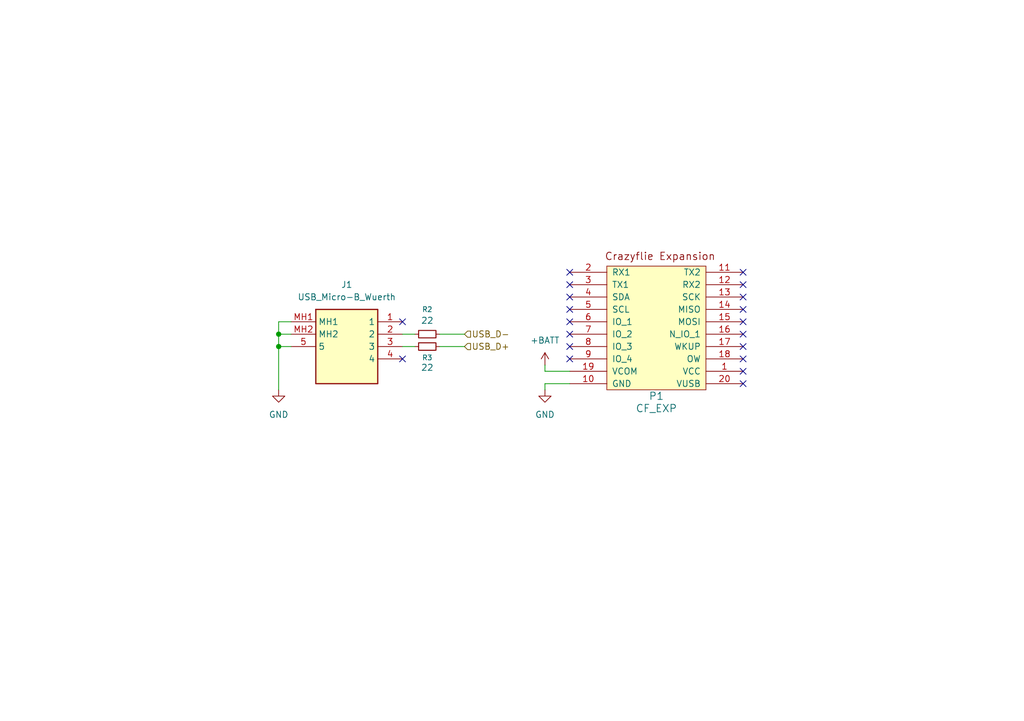
<source format=kicad_sch>
(kicad_sch (version 20250114) (generator "eeschema") (generator_version "9.0")
  (paper "A5")
  (lib_symbols
    (symbol "47642-1001:47642-1001"
      (property "Reference" "J1" (at 11.43 7.62 0))
      (property "Value" "USB_Micro-B_Wuerth_614105150721_Vertical_CircularHoles" (at 11.43 5.08 0))
      (symbol "47642-1001_1_1"
        (rectangle (start 5.08 2.54) (end 17.78 -12.7) (stroke (width 0.254)) (fill (type background)))
        (pin passive line (at 0 0 0) (length 5.08) (name "1") (number "1"))
        (pin passive line (at 0 -2.54 0) (length 5.08) (name "2") (number "2"))
        (pin passive line (at 0 -5.08 0) (length 5.08) (name "3") (number "3"))
        (pin passive line (at 0 -7.62 0) (length 5.08) (name "4") (number "4"))
        (pin passive line (at 22.86 0 180) (length 5.08) (name "MH1") (number "MH1"))
        (pin passive line (at 22.86 -2.54 180) (length 5.08) (name "MH2") (number "MH2"))
        (pin passive line (at 22.86 -5.08 180) (length 5.08) (name "5") (number "5"))
      )
    )
    (symbol "CF_EXP_LEFT_2" (pin_names (offset 1.016))
      (property "Reference" "P1" (at 0 -13.97 0))
      (property "Value" "CF_EXP" (at 0 -16.51 0))
      (symbol "CF_EXP_LEFT_2_0_0"
        (text "Crazyflie Expansion" (at 0.762 14.732 0) (effects (font (size 1.524 1.524))))
      )
      (symbol "CF_EXP_LEFT_2_1_0"
        (rectangle (start -10.16 12.7) (end 10.16 -12.7) (fill (type background)))
      )
      (symbol "CF_EXP_LEFT_2_1_1"
        (text "\n" (at 1.27 13.97 0) (effects (font (size 1.524 1.524))))
        (pin bidirectional line (at -17.78 11.43 0) (length 7.62) (name "RX1") (number "2"))
        (pin bidirectional line (at -17.78 8.89 0) (length 7.62) (name "TX1") (number "3"))
        (pin output line (at -17.78 6.35 0) (length 7.62) (name "SDA") (number "4"))
        (pin bidirectional line (at -17.78 3.81 0) (length 7.62) (name "SCL") (number "5"))
        (pin bidirectional line (at -17.78 1.27 0) (length 7.62) (name "IO_1") (number "6"))
        (pin bidirectional line (at -17.78 -1.27 0) (length 7.62) (name "IO_2") (number "7"))
        (pin bidirectional line (at -17.78 -3.81 0) (length 7.62) (name "IO_3") (number "8"))
        (pin bidirectional line (at -17.78 -6.35 0) (length 7.62) (name "IO_4") (number "9"))
        (pin power_out line (at -17.78 -8.89 0) (length 7.62) (name "VCOM") (number "19"))
        (pin power_out line (at -17.78 -11.43 0) (length 7.62) (name "GND") (number "10"))
        (pin bidirectional line (at 17.78 11.43 180) (length 7.62) (name "TX2") (number "11"))
        (pin bidirectional line (at 17.78 8.89 180) (length 7.62) (name "RX2") (number "12"))
        (pin output line (at 17.78 6.35 180) (length 7.62) (name "SCK") (number "13"))
        (pin bidirectional line (at 17.78 3.81 180) (length 7.62) (name "MISO") (number "14"))
        (pin bidirectional line (at 17.78 1.27 180) (length 7.62) (name "MOSI") (number "15"))
        (pin bidirectional line (at 17.78 -1.27 180) (length 7.62) (name "N_IO_1") (number "16"))
        (pin bidirectional line (at 17.78 -3.81 180) (length 7.62) (name "WKUP") (number "17"))
        (pin bidirectional line (at 17.78 -6.35 180) (length 7.62) (name "OW") (number "18"))
        (pin power_out line (at 17.78 -8.89 180) (length 7.62) (name "VCC") (number "1"))
        (pin power_out line (at 17.78 -11.43 180) (length 7.62) (name "VUSB") (number "20"))
      )
    )
    (symbol "Device:R_Small" (pin_numbers (hide yes)) (pin_names (offset 0.254) (hide yes))
      (property "Reference" "R" (at 0 0 90))
      (property "Value" "R_Small" (at 1.778 0 90))
      (symbol "R_Small_0_1"
        (rectangle (start -0.762 1.778) (end 0.762 -1.778) (stroke (width 0.2032)))
      )
      (symbol "R_Small_1_1"
        (pin passive line (at 0 2.54 270) (length 0.762) (name "~") (number "1"))
        (pin passive line (at 0 -2.54 90) (length 0.762) (name "~") (number "2"))
      )
    )
    (symbol "power:+BATT" (power) (pin_numbers (hide yes)) (pin_names (offset 0) (hide yes))
      (property "Value" "+BATT" (at 0 3.556 0))
      (symbol "+BATT_0_1"
        (polyline (pts (xy -0.762 1.27) (xy 0 2.54)))
        (polyline (pts (xy 0 2.54) (xy 0.762 1.27)))
        (polyline (pts (xy 0 0) (xy 0 2.54)))
      )
      (symbol "+BATT_1_1"
        (pin power_in line (at 0 0 90) (length 0) (name "~") (number "1"))
      )
    )
    (symbol "power:GND" (power) (pin_numbers (hide yes)) (pin_names (offset 0) (hide yes))
      (property "Value" "GND" (at 0 -3.81 0))
      (symbol "GND_0_1"
        (polyline (pts (xy 0 0) (xy 0 -1.27) (xy 1.27 -1.27) (xy 0 -2.54) (xy -1.27 -1.27) (xy 0 -1.27)))
      )
      (symbol "GND_1_1"
        (pin power_in line (at 0 0 270) (length 0) (name "~") (number "1"))
      )
    )
  )
  (junction (at 57.15 71.12))
  (junction (at 57.15 68.58))
  (no_connect (at 152.4 73.66))
  (no_connect (at 152.4 66.04))
  (no_connect (at 152.4 78.74))
  (no_connect (at 116.84 60.96))
  (no_connect (at 116.84 58.42))
  (no_connect (at 152.4 60.96))
  (no_connect (at 116.84 55.88))
  (no_connect (at 152.4 58.42))
  (no_connect (at 116.84 68.58))
  (no_connect (at 152.4 55.88))
  (no_connect (at 152.4 76.2))
  (no_connect (at 152.4 71.12))
  (no_connect (at 116.84 66.04))
  (no_connect (at 82.55 73.66))
  (no_connect (at 152.4 63.5))
  (no_connect (at 82.55 66.04))
  (no_connect (at 116.84 63.5))
  (no_connect (at 152.4 68.58))
  (no_connect (at 116.84 73.66))
  (no_connect (at 116.84 71.12))
  (wire (pts (xy 82.55 71.12) (xy 85.09 71.12)))
  (wire (pts (xy 111.76 78.74) (xy 116.84 78.74)))
  (wire (pts (xy 90.17 71.12) (xy 95.25 71.12)))
  (wire (pts (xy 59.69 66.04) (xy 57.15 66.04)))
  (wire (pts (xy 57.15 68.58) (xy 57.15 71.12)))
  (wire (pts (xy 57.15 71.12) (xy 57.15 80.01)))
  (wire (pts (xy 59.69 71.12) (xy 57.15 71.12)))
  (wire (pts (xy 111.76 74.93) (xy 111.76 76.2)))
  (wire (pts (xy 82.55 68.58) (xy 85.09 68.58)))
  (wire (pts (xy 59.69 68.58) (xy 57.15 68.58)))
  (wire (pts (xy 111.76 80.01) (xy 111.76 78.74)))
  (wire (pts (xy 57.15 66.04) (xy 57.15 68.58)))
  (wire (pts (xy 90.17 68.58) (xy 95.25 68.58)))
  (wire (pts (xy 111.76 76.2) (xy 116.84 76.2)))
  (hierarchical_label "USB_D+" (shape input) (at 95.25 71.12 0))
  (hierarchical_label "USB_D-" (shape input) (at 95.25 68.58 0))
  (symbol (lib_name "CF_EXP_LEFT_2") (lib_id "template-rescue:CF_EXP_LEFT") (at 134.62 67.31 0) (unit 1)
    (property "Reference" "P1" (at 134.62 81.28 0) (effects (font (size 1.524 1.524))))
    (property "Value" "CF_EXP" (at 134.62 83.82 0) (effects (font (size 1.524 1.524))))
    (property "Footprint" "drone_connector:drone_connector" (effects (hide yes)))
  )
  (symbol (lib_id "power:+BATT") (at 111.76 74.93 0) (unit 1)
    (property "Reference" "#PWR028" (effects (hide yes)))
    (property "Value" "+BATT" (at 111.76 69.85 0))
    (property "Description" "Power symbol creates a global label with name \"+BATT\"" (effects (hide yes)))
  )
  (symbol (lib_id "47642-1001:47642-1001") (at 82.55 66.04 0) (mirror y) (unit 1)
    (property "Reference" "J1" (at 71.12 58.42 0))
    (property "Value" "USB_Micro-B_Wuerth" (at 71.12 60.96 0))
    (property "Footprint" "Connector_USB:USB_Micro-B_Wuerth_614105150721_Vertical_CircularHoles" (effects (hide yes)))
    (property "Datasheet" "https://www.mouser.pl/ProductDetail/Wurth-Elektronik/614105150721?qs=a9WhcLg8qCw5r6rjD3973Q%3D%3D" (effects (hide yes)))
    (property "Description" "USB Connectors uUSB B Rec MidMt FlangelesTH1.52 0.70" (effects (hide yes)))
    (property "Height" "2.94" (effects (hide yes)))
    (property "Mouser Part Number" "538-47642-1001" (effects (hide yes)))
    (property "Mouser Price/Stock" "https://www.mouser.co.uk/ProductDetail/Molex/47642-1001?qs=yd8XiKYcH9m5swOqK5ZC9Q%3D%3D" (effects (hide yes)))
    (property "Manufacturer_Name" "Molex" (effects (hide yes)))
    (property "Manufacturer_Part_Number" "47642-1001" (effects (hide yes)))
  )
  (symbol (lib_id "power:GND") (at 111.76 80.01 0) (unit 1)
    (property "Reference" "#PWR03" (effects (hide yes)))
    (property "Value" "GND" (at 111.76 85.09 0))
    (property "Description" "Power symbol creates a global label with name \"GND\" , ground" (effects (hide yes)))
  )
  (symbol (lib_id "power:GND") (at 57.15 80.01 0) (mirror y) (unit 1)
    (property "Reference" "#PWR07" (effects (hide yes)))
    (property "Value" "GND" (at 57.15 85.09 0))
    (property "Description" "Power symbol creates a global label with name \"GND\" , ground" (effects (hide yes)))
  )
  (symbol (lib_id "Device:R_Small") (at 87.63 71.12 90) (unit 1)
    (property "Reference" "R3" (at 87.63 73.406 90) (effects (font (size 1.016 1.016))))
    (property "Value" "22" (at 87.63 75.438 90))
    (property "Footprint" "Resistor_SMD:R_0603_1608Metric" (effects (hide yes)))
    (property "Description" "Resistor, small symbol" (effects (hide yes)))
  )
  (symbol (lib_id "Device:R_Small") (at 87.63 68.58 90) (unit 1)
    (property "Reference" "R2" (at 87.63 63.5 90) (effects (font (size 1.016 1.016))))
    (property "Value" "22" (at 87.63 65.786 90))
    (property "Footprint" "Resistor_SMD:R_0603_1608Metric" (effects (hide yes)))
    (property "Description" "Resistor, small symbol" (effects (hide yes)))
  )
)
</source>
